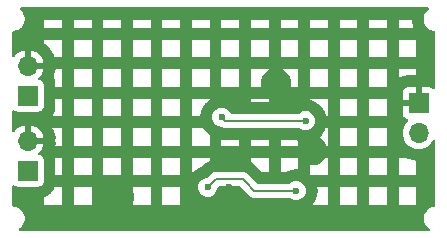
<source format=gbr>
%TF.GenerationSoftware,KiCad,Pcbnew,8.0.6*%
%TF.CreationDate,2024-11-26T14:09:56+01:00*%
%TF.ProjectId,Tiny Solar Supply,54696e79-2053-46f6-9c61-722053757070,rev?*%
%TF.SameCoordinates,Original*%
%TF.FileFunction,Copper,L2,Bot*%
%TF.FilePolarity,Positive*%
%FSLAX46Y46*%
G04 Gerber Fmt 4.6, Leading zero omitted, Abs format (unit mm)*
G04 Created by KiCad (PCBNEW 8.0.6) date 2024-11-26 14:09:56*
%MOMM*%
%LPD*%
G01*
G04 APERTURE LIST*
%TA.AperFunction,ComponentPad*%
%ADD10R,1.700000X1.700000*%
%TD*%
%TA.AperFunction,ComponentPad*%
%ADD11O,1.700000X1.700000*%
%TD*%
%TA.AperFunction,ViaPad*%
%ADD12C,0.600000*%
%TD*%
%TA.AperFunction,Conductor*%
%ADD13C,0.200000*%
%TD*%
G04 APERTURE END LIST*
D10*
%TO.P,J4,1,Pin_1*%
%TO.N,/SOLAR_P*%
X48260000Y-100330000D03*
D11*
%TO.P,J4,2,Pin_2*%
%TO.N,GNDD*%
X48260000Y-97790000D03*
%TD*%
D10*
%TO.P,J1,1,Pin_1*%
%TO.N,GNDD*%
X81350000Y-100960000D03*
D11*
%TO.P,J1,2,Pin_2*%
%TO.N,/OUT_P*%
X81350000Y-103500000D03*
%TD*%
D10*
%TO.P,J2,1,Pin_1*%
%TO.N,/BAT_P*%
X48260000Y-106685000D03*
D11*
%TO.P,J2,2,Pin_2*%
%TO.N,GNDD*%
X48260000Y-104145000D03*
%TD*%
D12*
%TO.N,GNDD*%
X63169800Y-110055000D03*
X69291200Y-99263200D03*
X55981600Y-108900000D03*
X65341500Y-108089700D03*
X72339200Y-104952800D03*
%TO.N,Net-(J3-Pin_1)*%
X64668400Y-102158800D03*
X71780400Y-102463600D03*
%TO.N,Net-(U1-FB)*%
X63500000Y-108102400D03*
X70993000Y-108381800D03*
%TD*%
D13*
%TO.N,Net-(J3-Pin_1)*%
X64973200Y-102463600D02*
X64668400Y-102158800D01*
X71780400Y-102463600D02*
X64973200Y-102463600D01*
%TO.N,Net-(U1-FB)*%
X66446400Y-107391200D02*
X64211200Y-107391200D01*
X70993000Y-108381800D02*
X67437000Y-108381800D01*
X64211200Y-107391200D02*
X63500000Y-108102400D01*
X66700400Y-107645200D02*
X66446400Y-107391200D01*
X67437000Y-108381800D02*
X66700400Y-107645200D01*
%TD*%
%TA.AperFunction,Conductor*%
%TO.N,GNDD*%
G36*
X82172202Y-92856685D02*
G01*
X82217957Y-92909489D01*
X82227901Y-92978647D01*
X82198876Y-93042203D01*
X82174053Y-93064102D01*
X82162765Y-93071644D01*
X82162757Y-93071650D01*
X82022650Y-93211757D01*
X82022644Y-93211765D01*
X81912562Y-93376515D01*
X81912560Y-93376518D01*
X81836735Y-93559578D01*
X81836732Y-93559590D01*
X81798077Y-93753920D01*
X81798077Y-93952079D01*
X81836732Y-94146409D01*
X81836735Y-94146421D01*
X81912560Y-94329481D01*
X81912562Y-94329484D01*
X82022644Y-94494234D01*
X82022650Y-94494242D01*
X82162757Y-94634349D01*
X82162765Y-94634355D01*
X82327515Y-94744437D01*
X82327518Y-94744439D01*
X82510578Y-94820264D01*
X82510583Y-94820266D01*
X82596917Y-94837439D01*
X82678791Y-94853725D01*
X82740702Y-94886110D01*
X82775276Y-94946825D01*
X82778600Y-94975342D01*
X82778600Y-99676021D01*
X82758915Y-99743060D01*
X82706111Y-99788815D01*
X82636953Y-99798759D01*
X82573397Y-99769734D01*
X82563469Y-99759072D01*
X82563460Y-99759082D01*
X82557187Y-99752809D01*
X82442093Y-99666649D01*
X82442086Y-99666645D01*
X82307379Y-99616403D01*
X82307372Y-99616401D01*
X82247844Y-99610000D01*
X81600000Y-99610000D01*
X81600000Y-100526988D01*
X81542993Y-100494075D01*
X81415826Y-100460000D01*
X81284174Y-100460000D01*
X81157007Y-100494075D01*
X81100000Y-100526988D01*
X81100000Y-99610000D01*
X80452155Y-99610000D01*
X80392627Y-99616401D01*
X80392620Y-99616403D01*
X80257913Y-99666645D01*
X80257906Y-99666649D01*
X80142812Y-99752809D01*
X80142809Y-99752812D01*
X80056649Y-99867906D01*
X80056645Y-99867913D01*
X80006403Y-100002620D01*
X80006401Y-100002627D01*
X80000000Y-100062155D01*
X80000000Y-100710000D01*
X80916988Y-100710000D01*
X80884075Y-100767007D01*
X80850000Y-100894174D01*
X80850000Y-101025826D01*
X80884075Y-101152993D01*
X80916988Y-101210000D01*
X80000000Y-101210000D01*
X80000000Y-101857844D01*
X80006401Y-101917372D01*
X80006403Y-101917379D01*
X80056645Y-102052086D01*
X80056649Y-102052093D01*
X80142809Y-102167187D01*
X80142812Y-102167190D01*
X80257906Y-102253350D01*
X80257913Y-102253354D01*
X80389470Y-102302421D01*
X80445403Y-102344292D01*
X80469821Y-102409756D01*
X80454970Y-102478029D01*
X80433819Y-102506284D01*
X80311503Y-102628600D01*
X80175965Y-102822169D01*
X80175964Y-102822171D01*
X80076098Y-103036335D01*
X80076094Y-103036344D01*
X80014938Y-103264586D01*
X80014936Y-103264596D01*
X79994341Y-103499999D01*
X79994341Y-103500000D01*
X80014936Y-103735403D01*
X80014938Y-103735413D01*
X80076094Y-103963655D01*
X80076096Y-103963659D01*
X80076097Y-103963663D01*
X80121999Y-104062100D01*
X80175965Y-104177830D01*
X80175967Y-104177834D01*
X80241203Y-104271000D01*
X80311505Y-104371401D01*
X80478599Y-104538495D01*
X80547871Y-104587000D01*
X80672165Y-104674032D01*
X80672167Y-104674033D01*
X80672170Y-104674035D01*
X80886337Y-104773903D01*
X81114592Y-104835063D01*
X81302918Y-104851539D01*
X81349999Y-104855659D01*
X81350000Y-104855659D01*
X81350001Y-104855659D01*
X81389234Y-104852226D01*
X81585408Y-104835063D01*
X81813663Y-104773903D01*
X82027830Y-104674035D01*
X82221401Y-104538495D01*
X82388495Y-104371401D01*
X82524035Y-104177830D01*
X82542219Y-104138832D01*
X82588389Y-104086396D01*
X82655583Y-104067244D01*
X82722464Y-104087459D01*
X82767799Y-104140624D01*
X82778600Y-104191240D01*
X82778600Y-109621657D01*
X82758915Y-109688696D01*
X82706111Y-109734451D01*
X82678792Y-109743274D01*
X82510588Y-109776732D01*
X82510578Y-109776735D01*
X82327518Y-109852560D01*
X82327515Y-109852562D01*
X82162765Y-109962644D01*
X82162757Y-109962650D01*
X82022650Y-110102757D01*
X82022644Y-110102765D01*
X81912562Y-110267515D01*
X81912560Y-110267518D01*
X81836735Y-110450578D01*
X81836732Y-110450590D01*
X81798077Y-110644920D01*
X81798077Y-110843079D01*
X81836732Y-111037409D01*
X81836735Y-111037421D01*
X81912560Y-111220481D01*
X81912562Y-111220484D01*
X82022644Y-111385234D01*
X82022650Y-111385242D01*
X82162757Y-111525349D01*
X82162765Y-111525355D01*
X82250081Y-111583698D01*
X82294887Y-111637310D01*
X82303594Y-111706635D01*
X82273440Y-111769662D01*
X82213997Y-111806382D01*
X82181191Y-111810800D01*
X47612809Y-111810800D01*
X47545770Y-111791115D01*
X47500015Y-111738311D01*
X47490071Y-111669153D01*
X47519096Y-111605597D01*
X47543919Y-111583698D01*
X47606741Y-111541720D01*
X47631239Y-111525352D01*
X47771352Y-111385239D01*
X47881438Y-111220483D01*
X47957266Y-111037417D01*
X47995923Y-110843075D01*
X47998351Y-110744000D01*
X47995923Y-110644925D01*
X47957266Y-110450583D01*
X47957264Y-110450578D01*
X47881439Y-110267518D01*
X47881437Y-110267515D01*
X47771355Y-110102765D01*
X47771349Y-110102757D01*
X47631242Y-109962650D01*
X47631234Y-109962644D01*
X47466484Y-109852562D01*
X47466481Y-109852560D01*
X47283421Y-109776735D01*
X47283409Y-109776732D01*
X47089078Y-109738077D01*
X47089075Y-109738077D01*
X47037800Y-109738077D01*
X46970761Y-109718392D01*
X46925006Y-109665588D01*
X46913800Y-109614077D01*
X46913800Y-108928528D01*
X49661800Y-108928528D01*
X49661800Y-109587000D01*
X51163800Y-109587000D01*
X52161800Y-109587000D01*
X53663800Y-109587000D01*
X53663800Y-108411980D01*
X57161800Y-108411980D01*
X57169538Y-108427521D01*
X57177803Y-108448858D01*
X57236128Y-108653849D01*
X57240333Y-108676342D01*
X57259998Y-108888559D01*
X57259998Y-108911441D01*
X57240333Y-109123658D01*
X57236128Y-109146151D01*
X57177803Y-109351142D01*
X57169537Y-109372480D01*
X57161800Y-109388017D01*
X57161800Y-109587000D01*
X58663800Y-109587000D01*
X59661800Y-109587000D01*
X61163800Y-109587000D01*
X72331262Y-109587000D01*
X73663800Y-109587000D01*
X74661800Y-109587000D01*
X76163800Y-109587000D01*
X77161800Y-109587000D01*
X78663800Y-109587000D01*
X79661800Y-109587000D01*
X81163800Y-109587000D01*
X81163800Y-108085000D01*
X79661800Y-108085000D01*
X79661800Y-109587000D01*
X78663800Y-109587000D01*
X78663800Y-108085000D01*
X77161800Y-108085000D01*
X77161800Y-109587000D01*
X76163800Y-109587000D01*
X76163800Y-108085000D01*
X74661800Y-108085000D01*
X74661800Y-109587000D01*
X73663800Y-109587000D01*
X73663800Y-108085000D01*
X72769439Y-108085000D01*
X72793425Y-108297892D01*
X72794010Y-108304821D01*
X72796370Y-108346839D01*
X72796565Y-108353793D01*
X72796565Y-108409807D01*
X72796370Y-108416761D01*
X72794010Y-108458779D01*
X72793425Y-108465708D01*
X72766958Y-108700620D01*
X72765986Y-108707507D01*
X72758938Y-108748991D01*
X72757582Y-108755811D01*
X72745119Y-108810421D01*
X72743381Y-108817158D01*
X72731728Y-108857607D01*
X72729616Y-108864234D01*
X72651535Y-109087378D01*
X72649053Y-109093879D01*
X72632945Y-109132765D01*
X72630105Y-109139112D01*
X72605801Y-109189579D01*
X72602608Y-109195759D01*
X72582252Y-109232590D01*
X72578719Y-109238580D01*
X72452944Y-109438748D01*
X72449078Y-109444533D01*
X72424720Y-109478861D01*
X72420538Y-109484418D01*
X72385614Y-109528210D01*
X72381127Y-109533524D01*
X72353087Y-109564900D01*
X72348309Y-109569953D01*
X72331262Y-109587000D01*
X61163800Y-109587000D01*
X61163800Y-108102396D01*
X62694435Y-108102396D01*
X62694435Y-108102403D01*
X62714630Y-108281649D01*
X62714631Y-108281654D01*
X62774211Y-108451923D01*
X62842780Y-108561049D01*
X62870184Y-108604662D01*
X62997738Y-108732216D01*
X63150478Y-108828189D01*
X63286448Y-108875767D01*
X63320745Y-108887768D01*
X63320750Y-108887769D01*
X63499996Y-108907965D01*
X63500000Y-108907965D01*
X63500004Y-108907965D01*
X63679249Y-108887769D01*
X63679252Y-108887768D01*
X63679255Y-108887768D01*
X63849522Y-108828189D01*
X64002262Y-108732216D01*
X64129816Y-108604662D01*
X64225789Y-108451922D01*
X64285368Y-108281655D01*
X64295161Y-108194730D01*
X64322226Y-108130320D01*
X64330701Y-108120934D01*
X64423619Y-108028018D01*
X64484942Y-107994534D01*
X64511299Y-107991700D01*
X66146303Y-107991700D01*
X66213342Y-108011385D01*
X66233983Y-108028018D01*
X67068284Y-108862320D01*
X67068286Y-108862321D01*
X67068290Y-108862324D01*
X67205209Y-108941373D01*
X67205216Y-108941377D01*
X67357943Y-108982301D01*
X67357945Y-108982301D01*
X67523654Y-108982301D01*
X67523670Y-108982300D01*
X70410588Y-108982300D01*
X70477627Y-109001985D01*
X70487903Y-109009355D01*
X70490736Y-109011614D01*
X70490738Y-109011616D01*
X70643478Y-109107589D01*
X70689401Y-109123658D01*
X70813745Y-109167168D01*
X70813750Y-109167169D01*
X70992996Y-109187365D01*
X70993000Y-109187365D01*
X70993004Y-109187365D01*
X71172249Y-109167169D01*
X71172252Y-109167168D01*
X71172255Y-109167168D01*
X71342522Y-109107589D01*
X71495262Y-109011616D01*
X71622816Y-108884062D01*
X71718789Y-108731322D01*
X71778368Y-108561055D01*
X71790664Y-108451923D01*
X71798565Y-108381803D01*
X71798565Y-108381796D01*
X71778369Y-108202550D01*
X71778368Y-108202545D01*
X71719916Y-108035499D01*
X71718789Y-108032278D01*
X71716786Y-108029091D01*
X71679300Y-107969432D01*
X71622816Y-107879538D01*
X71495262Y-107751984D01*
X71484117Y-107744981D01*
X71342523Y-107656011D01*
X71172254Y-107596431D01*
X71172249Y-107596430D01*
X70993004Y-107576235D01*
X70992996Y-107576235D01*
X70813750Y-107596430D01*
X70813745Y-107596431D01*
X70643476Y-107656011D01*
X70490736Y-107751985D01*
X70487903Y-107754245D01*
X70485724Y-107755134D01*
X70484842Y-107755689D01*
X70484744Y-107755534D01*
X70423217Y-107780655D01*
X70410588Y-107781300D01*
X67737098Y-107781300D01*
X67670059Y-107761615D01*
X67649417Y-107744981D01*
X67069116Y-107164681D01*
X66933990Y-107029555D01*
X66933988Y-107029552D01*
X66815117Y-106910681D01*
X66815116Y-106910680D01*
X66728304Y-106860560D01*
X66728304Y-106860559D01*
X66728300Y-106860558D01*
X66678185Y-106831623D01*
X66525457Y-106790699D01*
X66367343Y-106790699D01*
X66359747Y-106790699D01*
X66359731Y-106790700D01*
X64297870Y-106790700D01*
X64297854Y-106790699D01*
X64290258Y-106790699D01*
X64132143Y-106790699D01*
X64055779Y-106811161D01*
X63979414Y-106831623D01*
X63979409Y-106831626D01*
X63842490Y-106910675D01*
X63842482Y-106910681D01*
X63481465Y-107271698D01*
X63420142Y-107305183D01*
X63407668Y-107307237D01*
X63320750Y-107317030D01*
X63150478Y-107376610D01*
X62997737Y-107472584D01*
X62870184Y-107600137D01*
X62774211Y-107752876D01*
X62714631Y-107923145D01*
X62714630Y-107923150D01*
X62694435Y-108102396D01*
X61163800Y-108102396D01*
X61163800Y-108085000D01*
X59661800Y-108085000D01*
X59661800Y-109587000D01*
X58663800Y-109587000D01*
X58663800Y-108085000D01*
X57161800Y-108085000D01*
X57161800Y-108411980D01*
X53663800Y-108411980D01*
X53663800Y-108085000D01*
X52161800Y-108085000D01*
X52161800Y-109587000D01*
X51163800Y-109587000D01*
X51163800Y-108085000D01*
X50504200Y-108085000D01*
X50476413Y-108159502D01*
X50473025Y-108167682D01*
X50450767Y-108216419D01*
X50446805Y-108224333D01*
X50412628Y-108286923D01*
X50408110Y-108294537D01*
X50379146Y-108339604D01*
X50374098Y-108346874D01*
X50245114Y-108519173D01*
X50239561Y-108526064D01*
X50204481Y-108566549D01*
X50198449Y-108573028D01*
X50148028Y-108623449D01*
X50141549Y-108629481D01*
X50101064Y-108664561D01*
X50094173Y-108670114D01*
X49921874Y-108799098D01*
X49914604Y-108804146D01*
X49869537Y-108833110D01*
X49861923Y-108837628D01*
X49799333Y-108871805D01*
X49791419Y-108875767D01*
X49742682Y-108898025D01*
X49734501Y-108901413D01*
X49661800Y-108928528D01*
X46913800Y-108928528D01*
X46913800Y-108036471D01*
X46933485Y-107969432D01*
X46986289Y-107923677D01*
X47055447Y-107913733D01*
X47112108Y-107937203D01*
X47167665Y-107978793D01*
X47167668Y-107978795D01*
X47167671Y-107978797D01*
X47302517Y-108029091D01*
X47302516Y-108029091D01*
X47309444Y-108029835D01*
X47362127Y-108035500D01*
X49157872Y-108035499D01*
X49217483Y-108029091D01*
X49352331Y-107978796D01*
X49467546Y-107892546D01*
X49553796Y-107777331D01*
X49604091Y-107642483D01*
X49610500Y-107582873D01*
X49610499Y-105787128D01*
X49604091Y-105727517D01*
X49601621Y-105720895D01*
X49553797Y-105592671D01*
X49553793Y-105592664D01*
X49548056Y-105585000D01*
X50592368Y-105585000D01*
X50593041Y-105589833D01*
X50604212Y-105693755D01*
X50604523Y-105697064D01*
X50606135Y-105717101D01*
X50606357Y-105720413D01*
X50607786Y-105747095D01*
X50607919Y-105750413D01*
X50608455Y-105770464D01*
X50608499Y-105773778D01*
X50608500Y-107087000D01*
X51163800Y-107087000D01*
X52161800Y-107087000D01*
X53663800Y-107087000D01*
X54661800Y-107087000D01*
X56163800Y-107087000D01*
X57161800Y-107087000D01*
X58663800Y-107087000D01*
X59661800Y-107087000D01*
X61163800Y-107087000D01*
X61163800Y-106897138D01*
X62161800Y-106897138D01*
X62311847Y-106747091D01*
X62316900Y-106742313D01*
X62348276Y-106714273D01*
X62353590Y-106709786D01*
X62397382Y-106674862D01*
X62402939Y-106670680D01*
X62437267Y-106646322D01*
X62443052Y-106642456D01*
X62643220Y-106516681D01*
X62649210Y-106513148D01*
X62686041Y-106492792D01*
X62692221Y-106489599D01*
X62742688Y-106465295D01*
X62749036Y-106462455D01*
X62787925Y-106446346D01*
X62794425Y-106443864D01*
X62953617Y-106388161D01*
X63159897Y-106181883D01*
X63165818Y-106176337D01*
X63202729Y-106143966D01*
X63208999Y-106138820D01*
X63260852Y-106099029D01*
X63267451Y-106094300D01*
X63308290Y-106067012D01*
X63315182Y-106062726D01*
X63495803Y-105958446D01*
X67161800Y-105958446D01*
X67227313Y-105996271D01*
X67227314Y-105996272D01*
X67342417Y-106062726D01*
X67349308Y-106067011D01*
X67390148Y-106094299D01*
X67396748Y-106099029D01*
X67448601Y-106138820D01*
X67454871Y-106143966D01*
X67491782Y-106176337D01*
X67497703Y-106181882D01*
X67665873Y-106350051D01*
X67665901Y-106350082D01*
X67774802Y-106458983D01*
X67774808Y-106458988D01*
X68099121Y-106783300D01*
X68663800Y-106783300D01*
X69661800Y-106783300D01*
X70158943Y-106783300D01*
X70179041Y-106772192D01*
X70185221Y-106768999D01*
X70235688Y-106744695D01*
X70242035Y-106741855D01*
X70280921Y-106725747D01*
X70287422Y-106723265D01*
X70510566Y-106645184D01*
X70517193Y-106643072D01*
X70557642Y-106631419D01*
X70564379Y-106629681D01*
X70618989Y-106617218D01*
X70625809Y-106615862D01*
X70667293Y-106608814D01*
X70674180Y-106607842D01*
X70909092Y-106581375D01*
X70916021Y-106580790D01*
X70958039Y-106578430D01*
X70964993Y-106578235D01*
X71021007Y-106578235D01*
X71027961Y-106578430D01*
X71069979Y-106580790D01*
X71076907Y-106581375D01*
X71163800Y-106591164D01*
X71163800Y-106215706D01*
X72161800Y-106215706D01*
X72161800Y-107008933D01*
X72176100Y-107021713D01*
X72181153Y-107026491D01*
X72241662Y-107087000D01*
X73663800Y-107087000D01*
X74661800Y-107087000D01*
X76163800Y-107087000D01*
X77161800Y-107087000D01*
X78663800Y-107087000D01*
X79661800Y-107087000D01*
X81163800Y-107087000D01*
X81163800Y-105841179D01*
X81005916Y-105827367D01*
X81000539Y-105826778D01*
X80968096Y-105822507D01*
X80962749Y-105821684D01*
X80919854Y-105814121D01*
X80914546Y-105813066D01*
X80882588Y-105805981D01*
X80877334Y-105804695D01*
X80606992Y-105732259D01*
X80601795Y-105730744D01*
X80570560Y-105720895D01*
X80565432Y-105719154D01*
X80524500Y-105704253D01*
X80519465Y-105702295D01*
X80489244Y-105689777D01*
X80484292Y-105687598D01*
X80264272Y-105585000D01*
X79661800Y-105585000D01*
X79661800Y-107087000D01*
X78663800Y-107087000D01*
X78663800Y-105585000D01*
X77161800Y-105585000D01*
X77161800Y-107087000D01*
X76163800Y-107087000D01*
X76163800Y-105585000D01*
X74661800Y-105585000D01*
X74661800Y-107087000D01*
X73663800Y-107087000D01*
X73663800Y-105585000D01*
X73447607Y-105585000D01*
X73432139Y-105616063D01*
X73420093Y-105635518D01*
X73291655Y-105805596D01*
X73276240Y-105822506D01*
X73118738Y-105966089D01*
X73100476Y-105979879D01*
X72919272Y-106092075D01*
X72898789Y-106102275D01*
X72700055Y-106179265D01*
X72678046Y-106185527D01*
X72468548Y-106224689D01*
X72445763Y-106226800D01*
X72232637Y-106226800D01*
X72209852Y-106224689D01*
X72161800Y-106215706D01*
X71163800Y-106215706D01*
X71163800Y-105585000D01*
X69661800Y-105585000D01*
X69661800Y-106783300D01*
X68663800Y-106783300D01*
X68663800Y-105585000D01*
X67161800Y-105585000D01*
X67161800Y-105958446D01*
X63495803Y-105958446D01*
X63508724Y-105950986D01*
X63515879Y-105947162D01*
X63559923Y-105925442D01*
X63567316Y-105922092D01*
X63627698Y-105897082D01*
X63635293Y-105894224D01*
X63663800Y-105884547D01*
X63663800Y-105585000D01*
X62161800Y-105585000D01*
X62161800Y-106897138D01*
X61163800Y-106897138D01*
X61163800Y-105585000D01*
X59661800Y-105585000D01*
X59661800Y-107087000D01*
X58663800Y-107087000D01*
X58663800Y-105585000D01*
X57161800Y-105585000D01*
X57161800Y-107087000D01*
X56163800Y-107087000D01*
X56163800Y-105585000D01*
X54661800Y-105585000D01*
X54661800Y-107087000D01*
X53663800Y-107087000D01*
X53663800Y-105585000D01*
X52161800Y-105585000D01*
X52161800Y-107087000D01*
X51163800Y-107087000D01*
X51163800Y-105585000D01*
X50592368Y-105585000D01*
X49548056Y-105585000D01*
X49467547Y-105477455D01*
X49467544Y-105477452D01*
X49352335Y-105391206D01*
X49352328Y-105391202D01*
X49220401Y-105341997D01*
X49164467Y-105300126D01*
X49140050Y-105234662D01*
X49154902Y-105166389D01*
X49176053Y-105138133D01*
X49298108Y-105016078D01*
X49433600Y-104822578D01*
X49533429Y-104608492D01*
X49533432Y-104608486D01*
X49590636Y-104395000D01*
X48693012Y-104395000D01*
X48725925Y-104337993D01*
X48760000Y-104210826D01*
X48760000Y-104079174D01*
X48725925Y-103952007D01*
X48693012Y-103895000D01*
X49590636Y-103895000D01*
X49590635Y-103894999D01*
X49533432Y-103681513D01*
X49533429Y-103681507D01*
X49433600Y-103467422D01*
X49433599Y-103467420D01*
X49298113Y-103273926D01*
X49298108Y-103273920D01*
X49131082Y-103106894D01*
X49099815Y-103085000D01*
X50356445Y-103085000D01*
X50447126Y-103279465D01*
X50449304Y-103284416D01*
X50461822Y-103314636D01*
X50463782Y-103319674D01*
X50478682Y-103360605D01*
X50480422Y-103365729D01*
X50490271Y-103396962D01*
X50491786Y-103402160D01*
X50615719Y-103864682D01*
X50617561Y-103920968D01*
X50572997Y-104145000D01*
X50617561Y-104369032D01*
X50615719Y-104425318D01*
X50572396Y-104587000D01*
X51163800Y-104587000D01*
X52161800Y-104587000D01*
X53663800Y-104587000D01*
X54661800Y-104587000D01*
X56163800Y-104587000D01*
X57161800Y-104587000D01*
X58663800Y-104587000D01*
X59661800Y-104587000D01*
X61163800Y-104587000D01*
X62161800Y-104587000D01*
X63663800Y-104587000D01*
X64661800Y-104587000D01*
X66163800Y-104587000D01*
X67161800Y-104587000D01*
X68663800Y-104587000D01*
X69661800Y-104587000D01*
X71118715Y-104587000D01*
X71142997Y-104501658D01*
X71151262Y-104480321D01*
X71163800Y-104455140D01*
X71163800Y-104153269D01*
X71074822Y-104122135D01*
X71068321Y-104119653D01*
X71029435Y-104103545D01*
X71023088Y-104100705D01*
X70972621Y-104076401D01*
X70966441Y-104073208D01*
X70946343Y-104062100D01*
X69661800Y-104062100D01*
X69661800Y-104587000D01*
X68663800Y-104587000D01*
X68663800Y-104062100D01*
X67161800Y-104062100D01*
X67161800Y-104587000D01*
X66163800Y-104587000D01*
X66163800Y-104062100D01*
X64861459Y-104062100D01*
X64853349Y-104061835D01*
X64804343Y-104058623D01*
X64796264Y-104057827D01*
X64731464Y-104049294D01*
X64723460Y-104047972D01*
X64675306Y-104038393D01*
X64667406Y-104036551D01*
X64661800Y-104035048D01*
X64661800Y-104587000D01*
X63663800Y-104587000D01*
X63663800Y-103833860D01*
X72952115Y-103833860D01*
X73100476Y-103925721D01*
X73118738Y-103939511D01*
X73276240Y-104083094D01*
X73291655Y-104100004D01*
X73420093Y-104270082D01*
X73432139Y-104289538D01*
X73527137Y-104480321D01*
X73535403Y-104501658D01*
X73559685Y-104587000D01*
X73663800Y-104587000D01*
X74661800Y-104587000D01*
X76163800Y-104587000D01*
X77161800Y-104587000D01*
X78663800Y-104587000D01*
X78663800Y-103085000D01*
X77161800Y-103085000D01*
X77161800Y-104587000D01*
X76163800Y-104587000D01*
X76163800Y-103085000D01*
X74661800Y-103085000D01*
X74661800Y-104587000D01*
X73663800Y-104587000D01*
X73663800Y-103085000D01*
X73468390Y-103085000D01*
X73438935Y-103169178D01*
X73436453Y-103175679D01*
X73420345Y-103214565D01*
X73417505Y-103220912D01*
X73393201Y-103271379D01*
X73390008Y-103277559D01*
X73369652Y-103314390D01*
X73366119Y-103320380D01*
X73240344Y-103520548D01*
X73236478Y-103526333D01*
X73212120Y-103560661D01*
X73207938Y-103566218D01*
X73173014Y-103610010D01*
X73168527Y-103615324D01*
X73140487Y-103646700D01*
X73135709Y-103651753D01*
X72968553Y-103818909D01*
X72963500Y-103823687D01*
X72952115Y-103833860D01*
X63663800Y-103833860D01*
X63663800Y-103651636D01*
X63611452Y-103618744D01*
X63605667Y-103614878D01*
X63571339Y-103590520D01*
X63565782Y-103586338D01*
X63521990Y-103551414D01*
X63516676Y-103546927D01*
X63485300Y-103518887D01*
X63480247Y-103514109D01*
X63313091Y-103346953D01*
X63308313Y-103341900D01*
X63280273Y-103310524D01*
X63275786Y-103305210D01*
X63240862Y-103261418D01*
X63236680Y-103255861D01*
X63212322Y-103221533D01*
X63208456Y-103215748D01*
X63126301Y-103085000D01*
X62161800Y-103085000D01*
X62161800Y-104587000D01*
X61163800Y-104587000D01*
X61163800Y-103085000D01*
X59661800Y-103085000D01*
X59661800Y-104587000D01*
X58663800Y-104587000D01*
X58663800Y-103085000D01*
X57161800Y-103085000D01*
X57161800Y-104587000D01*
X56163800Y-104587000D01*
X56163800Y-103085000D01*
X54661800Y-103085000D01*
X54661800Y-104587000D01*
X53663800Y-104587000D01*
X53663800Y-103085000D01*
X52161800Y-103085000D01*
X52161800Y-104587000D01*
X51163800Y-104587000D01*
X51163800Y-103085000D01*
X50356445Y-103085000D01*
X49099815Y-103085000D01*
X48937578Y-102971399D01*
X48723492Y-102871570D01*
X48723486Y-102871567D01*
X48510000Y-102814364D01*
X48510000Y-103711988D01*
X48452993Y-103679075D01*
X48325826Y-103645000D01*
X48194174Y-103645000D01*
X48067007Y-103679075D01*
X48010000Y-103711988D01*
X48010000Y-102814364D01*
X48009999Y-102814364D01*
X47796513Y-102871567D01*
X47796507Y-102871570D01*
X47582422Y-102971399D01*
X47582420Y-102971400D01*
X47388926Y-103106886D01*
X47388920Y-103106891D01*
X47221891Y-103273920D01*
X47221886Y-103273927D01*
X47139375Y-103391765D01*
X47084798Y-103435390D01*
X47015300Y-103442583D01*
X46952945Y-103411061D01*
X46917531Y-103350831D01*
X46913800Y-103320642D01*
X46913800Y-102158796D01*
X63862835Y-102158796D01*
X63862835Y-102158803D01*
X63883030Y-102338049D01*
X63883031Y-102338054D01*
X63942611Y-102508323D01*
X64018186Y-102628599D01*
X64038584Y-102661062D01*
X64166138Y-102788616D01*
X64256480Y-102845382D01*
X64298153Y-102871567D01*
X64318878Y-102884589D01*
X64489145Y-102944168D01*
X64489150Y-102944169D01*
X64581095Y-102954528D01*
X64606843Y-102957429D01*
X64654955Y-102973259D01*
X64691292Y-102994237D01*
X64691294Y-102994239D01*
X64691295Y-102994239D01*
X64741415Y-103023177D01*
X64894142Y-103064100D01*
X64894143Y-103064100D01*
X71197988Y-103064100D01*
X71265027Y-103083785D01*
X71275303Y-103091155D01*
X71278136Y-103093414D01*
X71278138Y-103093416D01*
X71430878Y-103189389D01*
X71601145Y-103248968D01*
X71601150Y-103248969D01*
X71780396Y-103269165D01*
X71780400Y-103269165D01*
X71780404Y-103269165D01*
X71959649Y-103248969D01*
X71959652Y-103248968D01*
X71959655Y-103248968D01*
X72129922Y-103189389D01*
X72282662Y-103093416D01*
X72410216Y-102965862D01*
X72506189Y-102813122D01*
X72565768Y-102642855D01*
X72567374Y-102628600D01*
X72585965Y-102463603D01*
X72585965Y-102463596D01*
X72565769Y-102284350D01*
X72565768Y-102284345D01*
X72545386Y-102226097D01*
X72506189Y-102114078D01*
X72410216Y-101961338D01*
X72282662Y-101833784D01*
X72281562Y-101833093D01*
X72129923Y-101737811D01*
X71959654Y-101678231D01*
X71959649Y-101678230D01*
X71780404Y-101658035D01*
X71780396Y-101658035D01*
X71601150Y-101678230D01*
X71601145Y-101678231D01*
X71430876Y-101737811D01*
X71278136Y-101833785D01*
X71275303Y-101836045D01*
X71273124Y-101836934D01*
X71272242Y-101837489D01*
X71272144Y-101837334D01*
X71210617Y-101862455D01*
X71197988Y-101863100D01*
X65496540Y-101863100D01*
X65429501Y-101843415D01*
X65391546Y-101805072D01*
X65383087Y-101791609D01*
X65298216Y-101656538D01*
X65170662Y-101528984D01*
X65103239Y-101486619D01*
X65017923Y-101433011D01*
X64847654Y-101373431D01*
X64847649Y-101373430D01*
X64668404Y-101353235D01*
X64668396Y-101353235D01*
X64489150Y-101373430D01*
X64489145Y-101373431D01*
X64318876Y-101433011D01*
X64166137Y-101528984D01*
X64038584Y-101656537D01*
X63942611Y-101809276D01*
X63883031Y-101979545D01*
X63883030Y-101979550D01*
X63862835Y-102158796D01*
X46913800Y-102158796D01*
X46913800Y-102087000D01*
X50302886Y-102087000D01*
X51163800Y-102087000D01*
X52161800Y-102087000D01*
X53663800Y-102087000D01*
X54661800Y-102087000D01*
X56163800Y-102087000D01*
X57161800Y-102087000D01*
X58663800Y-102087000D01*
X59661800Y-102087000D01*
X61163800Y-102087000D01*
X62161800Y-102087000D01*
X62867099Y-102087000D01*
X62867390Y-102081821D01*
X62867975Y-102074892D01*
X62894442Y-101839980D01*
X62895414Y-101833093D01*
X62902462Y-101791609D01*
X62903818Y-101784789D01*
X62916281Y-101730179D01*
X62918019Y-101723442D01*
X62929672Y-101682993D01*
X62931784Y-101676366D01*
X63009865Y-101453222D01*
X63012347Y-101446721D01*
X63028455Y-101407835D01*
X63031295Y-101401488D01*
X63055599Y-101351021D01*
X63058792Y-101344841D01*
X63079148Y-101308010D01*
X63082681Y-101302020D01*
X63208456Y-101101852D01*
X63212322Y-101096067D01*
X63236680Y-101061739D01*
X63240862Y-101056182D01*
X63275786Y-101012390D01*
X63280273Y-101007076D01*
X63308313Y-100975700D01*
X63313091Y-100970647D01*
X63418638Y-100865100D01*
X67161800Y-100865100D01*
X68663800Y-100865100D01*
X68663800Y-100700704D01*
X72161800Y-100700704D01*
X72209021Y-100711481D01*
X72215758Y-100713219D01*
X72256207Y-100724872D01*
X72262834Y-100726984D01*
X72485978Y-100805065D01*
X72492479Y-100807547D01*
X72531365Y-100823655D01*
X72537712Y-100826495D01*
X72588179Y-100850799D01*
X72594359Y-100853992D01*
X72631190Y-100874348D01*
X72637180Y-100877881D01*
X72837348Y-101003656D01*
X72843133Y-101007522D01*
X72877461Y-101031880D01*
X72883018Y-101036062D01*
X72926810Y-101070986D01*
X72932124Y-101075473D01*
X72963500Y-101103513D01*
X72968553Y-101108291D01*
X73135709Y-101275447D01*
X73140487Y-101280500D01*
X73168527Y-101311876D01*
X73173014Y-101317190D01*
X73207938Y-101360982D01*
X73212120Y-101366539D01*
X73236478Y-101400867D01*
X73240344Y-101406652D01*
X73366119Y-101606820D01*
X73369652Y-101612810D01*
X73390008Y-101649641D01*
X73393201Y-101655821D01*
X73417505Y-101706288D01*
X73420345Y-101712635D01*
X73436453Y-101751521D01*
X73438935Y-101758022D01*
X73517016Y-101981166D01*
X73519128Y-101987793D01*
X73530781Y-102028242D01*
X73532519Y-102034979D01*
X73544391Y-102087000D01*
X73663800Y-102087000D01*
X74661800Y-102087000D01*
X76163800Y-102087000D01*
X77161800Y-102087000D01*
X78663800Y-102087000D01*
X78663800Y-100585000D01*
X77161800Y-100585000D01*
X77161800Y-102087000D01*
X76163800Y-102087000D01*
X76163800Y-100585000D01*
X74661800Y-100585000D01*
X74661800Y-102087000D01*
X73663800Y-102087000D01*
X73663800Y-100585000D01*
X72161800Y-100585000D01*
X72161800Y-100700704D01*
X68663800Y-100700704D01*
X68663800Y-100585000D01*
X67161800Y-100585000D01*
X67161800Y-100865100D01*
X63418638Y-100865100D01*
X63480247Y-100803491D01*
X63485300Y-100798713D01*
X63516676Y-100770673D01*
X63521990Y-100766186D01*
X63565782Y-100731262D01*
X63571339Y-100727080D01*
X63605667Y-100702722D01*
X63611451Y-100698857D01*
X63663800Y-100665963D01*
X63663800Y-100585000D01*
X62161800Y-100585000D01*
X62161800Y-102087000D01*
X61163800Y-102087000D01*
X61163800Y-100585000D01*
X59661800Y-100585000D01*
X59661800Y-102087000D01*
X58663800Y-102087000D01*
X58663800Y-100585000D01*
X57161800Y-100585000D01*
X57161800Y-102087000D01*
X56163800Y-102087000D01*
X56163800Y-100585000D01*
X54661800Y-100585000D01*
X54661800Y-102087000D01*
X53663800Y-102087000D01*
X53663800Y-100585000D01*
X52161800Y-100585000D01*
X52161800Y-102087000D01*
X51163800Y-102087000D01*
X51163800Y-100585000D01*
X50608500Y-100585000D01*
X50608500Y-101241248D01*
X50608455Y-101244572D01*
X50607916Y-101264673D01*
X50607783Y-101267993D01*
X50606351Y-101294680D01*
X50606129Y-101297989D01*
X50604519Y-101317982D01*
X50604208Y-101321285D01*
X50593038Y-101425175D01*
X50591971Y-101432843D01*
X50584064Y-101479029D01*
X50582519Y-101486619D01*
X50568174Y-101547330D01*
X50566158Y-101554809D01*
X50552550Y-101599672D01*
X50550071Y-101607012D01*
X50476413Y-101804502D01*
X50473025Y-101812682D01*
X50450767Y-101861419D01*
X50446805Y-101869333D01*
X50412628Y-101931923D01*
X50408110Y-101939537D01*
X50379146Y-101984604D01*
X50374098Y-101991874D01*
X50302886Y-102087000D01*
X46913800Y-102087000D01*
X46913800Y-101681471D01*
X46933485Y-101614432D01*
X46986289Y-101568677D01*
X47055447Y-101558733D01*
X47112108Y-101582203D01*
X47167665Y-101623793D01*
X47167668Y-101623795D01*
X47167671Y-101623797D01*
X47302517Y-101674091D01*
X47302516Y-101674091D01*
X47309444Y-101674835D01*
X47362127Y-101680500D01*
X49157872Y-101680499D01*
X49217483Y-101674091D01*
X49352331Y-101623796D01*
X49467546Y-101537546D01*
X49553796Y-101422331D01*
X49604091Y-101287483D01*
X49610500Y-101227873D01*
X49610499Y-99432128D01*
X49604091Y-99372517D01*
X49601441Y-99365413D01*
X49553797Y-99237671D01*
X49553793Y-99237664D01*
X49467547Y-99122455D01*
X49467544Y-99122452D01*
X49352335Y-99036206D01*
X49352328Y-99036202D01*
X49220401Y-98986997D01*
X49164467Y-98945126D01*
X49140050Y-98879662D01*
X49154902Y-98811389D01*
X49176053Y-98783133D01*
X49230447Y-98728739D01*
X50412989Y-98728739D01*
X50446805Y-98790667D01*
X50450767Y-98798581D01*
X50473025Y-98847318D01*
X50476413Y-98855498D01*
X50550069Y-99052982D01*
X50552548Y-99060321D01*
X50566153Y-99105172D01*
X50568168Y-99112648D01*
X50582516Y-99173363D01*
X50584061Y-99180955D01*
X50591972Y-99227160D01*
X50593041Y-99234833D01*
X50604212Y-99338755D01*
X50604523Y-99342064D01*
X50606135Y-99362101D01*
X50606357Y-99365413D01*
X50607786Y-99392095D01*
X50607919Y-99395413D01*
X50608455Y-99415464D01*
X50608499Y-99418778D01*
X50608499Y-99587000D01*
X51163800Y-99587000D01*
X52161800Y-99587000D01*
X53663800Y-99587000D01*
X54661800Y-99587000D01*
X56163800Y-99587000D01*
X57161800Y-99587000D01*
X58663800Y-99587000D01*
X59661800Y-99587000D01*
X61163800Y-99587000D01*
X62161800Y-99587000D01*
X63663800Y-99587000D01*
X64661800Y-99587000D01*
X66163800Y-99587000D01*
X67161800Y-99587000D01*
X68058765Y-99587000D01*
X68036672Y-99509351D01*
X68032467Y-99486858D01*
X68012802Y-99274641D01*
X68012802Y-99251759D01*
X68032467Y-99039542D01*
X68036672Y-99017049D01*
X68094997Y-98812058D01*
X68103263Y-98790721D01*
X68198261Y-98599938D01*
X68210307Y-98580482D01*
X68338745Y-98410404D01*
X68354160Y-98393494D01*
X68511662Y-98249911D01*
X68529924Y-98236121D01*
X68663800Y-98153229D01*
X68663800Y-98085000D01*
X69776641Y-98085000D01*
X69850789Y-98113725D01*
X69871272Y-98123925D01*
X70052476Y-98236121D01*
X70070738Y-98249911D01*
X70228240Y-98393494D01*
X70243655Y-98410404D01*
X70372093Y-98580482D01*
X70384139Y-98599938D01*
X70479137Y-98790721D01*
X70487403Y-98812058D01*
X70545728Y-99017049D01*
X70549933Y-99039542D01*
X70569598Y-99251759D01*
X70569598Y-99274641D01*
X70549933Y-99486858D01*
X70545728Y-99509351D01*
X70523635Y-99587000D01*
X71163800Y-99587000D01*
X72161800Y-99587000D01*
X73663800Y-99587000D01*
X74661800Y-99587000D01*
X76163800Y-99587000D01*
X77161800Y-99587000D01*
X78663800Y-99587000D01*
X78663800Y-98866233D01*
X79661800Y-98866233D01*
X79688368Y-98846345D01*
X79695638Y-98841297D01*
X79740705Y-98812333D01*
X79748319Y-98807815D01*
X79810909Y-98773638D01*
X79818823Y-98769677D01*
X79867559Y-98747419D01*
X79875739Y-98744030D01*
X80073096Y-98670421D01*
X80080436Y-98667942D01*
X80125305Y-98654332D01*
X80132788Y-98652315D01*
X80193499Y-98637972D01*
X80201084Y-98636428D01*
X80247262Y-98628522D01*
X80254931Y-98627455D01*
X80358783Y-98616289D01*
X80362095Y-98615977D01*
X80382144Y-98614364D01*
X80385458Y-98614142D01*
X80412145Y-98612713D01*
X80415461Y-98612580D01*
X80435509Y-98612044D01*
X80438823Y-98612000D01*
X81163800Y-98612000D01*
X81163800Y-98085000D01*
X79661800Y-98085000D01*
X79661800Y-98866233D01*
X78663800Y-98866233D01*
X78663800Y-98085000D01*
X77161800Y-98085000D01*
X77161800Y-99587000D01*
X76163800Y-99587000D01*
X76163800Y-98085000D01*
X74661800Y-98085000D01*
X74661800Y-99587000D01*
X73663800Y-99587000D01*
X73663800Y-98085000D01*
X72161800Y-98085000D01*
X72161800Y-99587000D01*
X71163800Y-99587000D01*
X71163800Y-98085000D01*
X69776641Y-98085000D01*
X68663800Y-98085000D01*
X67161800Y-98085000D01*
X67161800Y-99587000D01*
X66163800Y-99587000D01*
X66163800Y-98085000D01*
X64661800Y-98085000D01*
X64661800Y-99587000D01*
X63663800Y-99587000D01*
X63663800Y-98085000D01*
X62161800Y-98085000D01*
X62161800Y-99587000D01*
X61163800Y-99587000D01*
X61163800Y-98085000D01*
X59661800Y-98085000D01*
X59661800Y-99587000D01*
X58663800Y-99587000D01*
X58663800Y-98085000D01*
X57161800Y-98085000D01*
X57161800Y-99587000D01*
X56163800Y-99587000D01*
X56163800Y-98085000D01*
X54661800Y-98085000D01*
X54661800Y-99587000D01*
X53663800Y-99587000D01*
X53663800Y-98085000D01*
X52161800Y-98085000D01*
X52161800Y-99587000D01*
X51163800Y-99587000D01*
X51163800Y-98085000D01*
X50611785Y-98085000D01*
X50491786Y-98532840D01*
X50490271Y-98538038D01*
X50480422Y-98569271D01*
X50478682Y-98574395D01*
X50463782Y-98615326D01*
X50461822Y-98620364D01*
X50449304Y-98650584D01*
X50447126Y-98655535D01*
X50412989Y-98728739D01*
X49230447Y-98728739D01*
X49298108Y-98661078D01*
X49433600Y-98467578D01*
X49533429Y-98253492D01*
X49533432Y-98253486D01*
X49590636Y-98040000D01*
X48693012Y-98040000D01*
X48725925Y-97982993D01*
X48760000Y-97855826D01*
X48760000Y-97724174D01*
X48725925Y-97597007D01*
X48693012Y-97540000D01*
X49590636Y-97540000D01*
X49590635Y-97539999D01*
X49533432Y-97326513D01*
X49533429Y-97326507D01*
X49433600Y-97112422D01*
X49433599Y-97112420D01*
X49298113Y-96918926D01*
X49298108Y-96918920D01*
X49131082Y-96751894D01*
X48937578Y-96616399D01*
X48723492Y-96516570D01*
X48723486Y-96516567D01*
X48510000Y-96459364D01*
X48510000Y-97356988D01*
X48452993Y-97324075D01*
X48325826Y-97290000D01*
X48194174Y-97290000D01*
X48067007Y-97324075D01*
X48010000Y-97356988D01*
X48010000Y-96459364D01*
X48009999Y-96459364D01*
X47796513Y-96516567D01*
X47796507Y-96516570D01*
X47582422Y-96616399D01*
X47582420Y-96616400D01*
X47388926Y-96751886D01*
X47388920Y-96751891D01*
X47221891Y-96918920D01*
X47221886Y-96918927D01*
X47139375Y-97036765D01*
X47084798Y-97080390D01*
X47015300Y-97087583D01*
X46952945Y-97056061D01*
X46917531Y-96995831D01*
X46913800Y-96965642D01*
X46913800Y-95905173D01*
X49661800Y-95905173D01*
X49721346Y-95946869D01*
X49725706Y-95950065D01*
X49751665Y-95969983D01*
X49755885Y-95973370D01*
X49789252Y-96001367D01*
X49793320Y-96004935D01*
X49817458Y-96027053D01*
X49821367Y-96030795D01*
X50019196Y-96228623D01*
X50022938Y-96232531D01*
X50045038Y-96256649D01*
X50048601Y-96260712D01*
X50076602Y-96294079D01*
X50079988Y-96298298D01*
X50099925Y-96324278D01*
X50103128Y-96328646D01*
X50263604Y-96557831D01*
X50266609Y-96562328D01*
X50284192Y-96589927D01*
X50286998Y-96594550D01*
X50308778Y-96632272D01*
X50311382Y-96637020D01*
X50326497Y-96666057D01*
X50328889Y-96670907D01*
X50447126Y-96924465D01*
X50449304Y-96929416D01*
X50461822Y-96959636D01*
X50463782Y-96964674D01*
X50478682Y-97005605D01*
X50480422Y-97010729D01*
X50490271Y-97041962D01*
X50491786Y-97047161D01*
X50502461Y-97087000D01*
X51163800Y-97087000D01*
X52161800Y-97087000D01*
X53663800Y-97087000D01*
X54661800Y-97087000D01*
X56163800Y-97087000D01*
X57161800Y-97087000D01*
X58663800Y-97087000D01*
X59661800Y-97087000D01*
X61163800Y-97087000D01*
X62161800Y-97087000D01*
X63663800Y-97087000D01*
X64661800Y-97087000D01*
X66163800Y-97087000D01*
X67161800Y-97087000D01*
X68663800Y-97087000D01*
X69661800Y-97087000D01*
X71163800Y-97087000D01*
X72161800Y-97087000D01*
X73663800Y-97087000D01*
X74661800Y-97087000D01*
X76163800Y-97087000D01*
X77161800Y-97087000D01*
X78663800Y-97087000D01*
X79661800Y-97087000D01*
X81163800Y-97087000D01*
X81163800Y-95585000D01*
X79661800Y-95585000D01*
X79661800Y-97087000D01*
X78663800Y-97087000D01*
X78663800Y-95585000D01*
X77161800Y-95585000D01*
X77161800Y-97087000D01*
X76163800Y-97087000D01*
X76163800Y-95585000D01*
X74661800Y-95585000D01*
X74661800Y-97087000D01*
X73663800Y-97087000D01*
X73663800Y-95585000D01*
X72161800Y-95585000D01*
X72161800Y-97087000D01*
X71163800Y-97087000D01*
X71163800Y-95585000D01*
X69661800Y-95585000D01*
X69661800Y-97087000D01*
X68663800Y-97087000D01*
X68663800Y-95585000D01*
X67161800Y-95585000D01*
X67161800Y-97087000D01*
X66163800Y-97087000D01*
X66163800Y-95585000D01*
X64661800Y-95585000D01*
X64661800Y-97087000D01*
X63663800Y-97087000D01*
X63663800Y-95585000D01*
X62161800Y-95585000D01*
X62161800Y-97087000D01*
X61163800Y-97087000D01*
X61163800Y-95585000D01*
X59661800Y-95585000D01*
X59661800Y-97087000D01*
X58663800Y-97087000D01*
X58663800Y-95585000D01*
X57161800Y-95585000D01*
X57161800Y-97087000D01*
X56163800Y-97087000D01*
X56163800Y-95585000D01*
X54661800Y-95585000D01*
X54661800Y-97087000D01*
X53663800Y-97087000D01*
X53663800Y-95585000D01*
X52161800Y-95585000D01*
X52161800Y-97087000D01*
X51163800Y-97087000D01*
X51163800Y-95585000D01*
X49661800Y-95585000D01*
X49661800Y-95905173D01*
X46913800Y-95905173D01*
X46913800Y-94982923D01*
X46933485Y-94915884D01*
X46986289Y-94870129D01*
X47037800Y-94858923D01*
X47089077Y-94858923D01*
X47089078Y-94858922D01*
X47283417Y-94820266D01*
X47466483Y-94744438D01*
X47631239Y-94634352D01*
X47678591Y-94587000D01*
X49661800Y-94587000D01*
X51163800Y-94587000D01*
X52161800Y-94587000D01*
X53663800Y-94587000D01*
X54661800Y-94587000D01*
X56163800Y-94587000D01*
X57161800Y-94587000D01*
X58663800Y-94587000D01*
X59661800Y-94587000D01*
X61163800Y-94587000D01*
X62161800Y-94587000D01*
X63663800Y-94587000D01*
X64661800Y-94587000D01*
X66163800Y-94587000D01*
X67161800Y-94587000D01*
X68663800Y-94587000D01*
X69661800Y-94587000D01*
X71163800Y-94587000D01*
X72161800Y-94587000D01*
X73663800Y-94587000D01*
X74661800Y-94587000D01*
X76163800Y-94587000D01*
X77161800Y-94587000D01*
X78663800Y-94587000D01*
X79661800Y-94587000D01*
X80939001Y-94587000D01*
X80905326Y-94505700D01*
X80903135Y-94500021D01*
X80890733Y-94465359D01*
X80888825Y-94459584D01*
X80874598Y-94412689D01*
X80872974Y-94406819D01*
X80864025Y-94371092D01*
X80862692Y-94365154D01*
X80814473Y-94122740D01*
X80813432Y-94116743D01*
X80808028Y-94080312D01*
X80807283Y-94074271D01*
X80802480Y-94025500D01*
X80802032Y-94019430D01*
X80800226Y-93982658D01*
X80800077Y-93976575D01*
X80800077Y-93961000D01*
X79661800Y-93961000D01*
X79661800Y-94587000D01*
X78663800Y-94587000D01*
X78663800Y-93961000D01*
X77161800Y-93961000D01*
X77161800Y-94587000D01*
X76163800Y-94587000D01*
X76163800Y-93961000D01*
X74661800Y-93961000D01*
X74661800Y-94587000D01*
X73663800Y-94587000D01*
X73663800Y-93961000D01*
X72161800Y-93961000D01*
X72161800Y-94587000D01*
X71163800Y-94587000D01*
X71163800Y-93961000D01*
X69661800Y-93961000D01*
X69661800Y-94587000D01*
X68663800Y-94587000D01*
X68663800Y-93961000D01*
X67161800Y-93961000D01*
X67161800Y-94587000D01*
X66163800Y-94587000D01*
X66163800Y-93961000D01*
X64661800Y-93961000D01*
X64661800Y-94587000D01*
X63663800Y-94587000D01*
X63663800Y-93961000D01*
X62161800Y-93961000D01*
X62161800Y-94587000D01*
X61163800Y-94587000D01*
X61163800Y-93961000D01*
X59661800Y-93961000D01*
X59661800Y-94587000D01*
X58663800Y-94587000D01*
X58663800Y-93961000D01*
X57161800Y-93961000D01*
X57161800Y-94587000D01*
X56163800Y-94587000D01*
X56163800Y-93961000D01*
X54661800Y-93961000D01*
X54661800Y-94587000D01*
X53663800Y-94587000D01*
X53663800Y-93961000D01*
X52161800Y-93961000D01*
X52161800Y-94587000D01*
X51163800Y-94587000D01*
X51163800Y-93961000D01*
X49661800Y-93961000D01*
X49661800Y-94587000D01*
X47678591Y-94587000D01*
X47771352Y-94494239D01*
X47881438Y-94329483D01*
X47957266Y-94146417D01*
X47995923Y-93952075D01*
X47998351Y-93853000D01*
X47995923Y-93753925D01*
X47957266Y-93559583D01*
X47957264Y-93559578D01*
X47881439Y-93376518D01*
X47881437Y-93376515D01*
X47771355Y-93211765D01*
X47771349Y-93211757D01*
X47631242Y-93071650D01*
X47631234Y-93071644D01*
X47619947Y-93064102D01*
X47575141Y-93010490D01*
X47566434Y-92941165D01*
X47596588Y-92878138D01*
X47656031Y-92841418D01*
X47688837Y-92837000D01*
X82105163Y-92837000D01*
X82172202Y-92856685D01*
G37*
%TD.AperFunction*%
%TD*%
M02*

</source>
